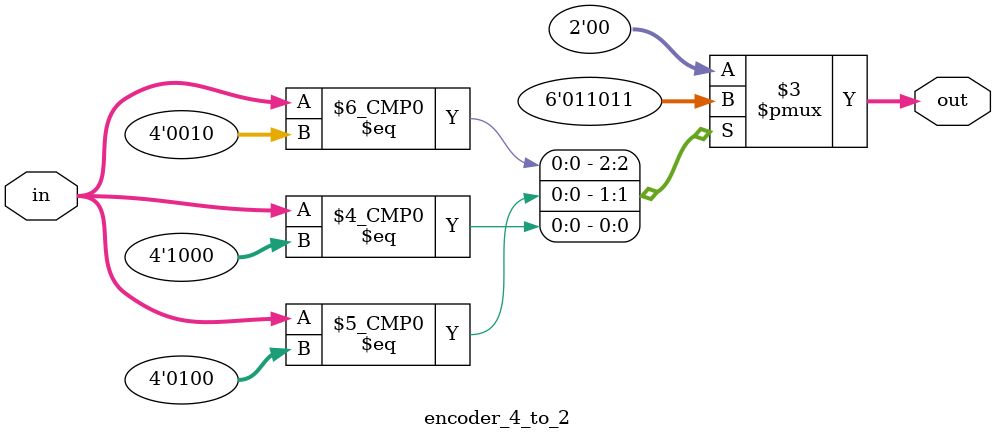
<source format=v>

module encoder_4_to_2(
    input [3:0] in,
    output reg [1:0] out
);

always @ (in) begin
    case(in)
        4'b0001: out = 2'b00;
        4'b0010: out = 2'b01; 
        4'b0100: out = 2'b10;
        4'b1000: out = 2'b11; 
        default: out = 2'b00; 
    endcase
end

endmodule

</source>
